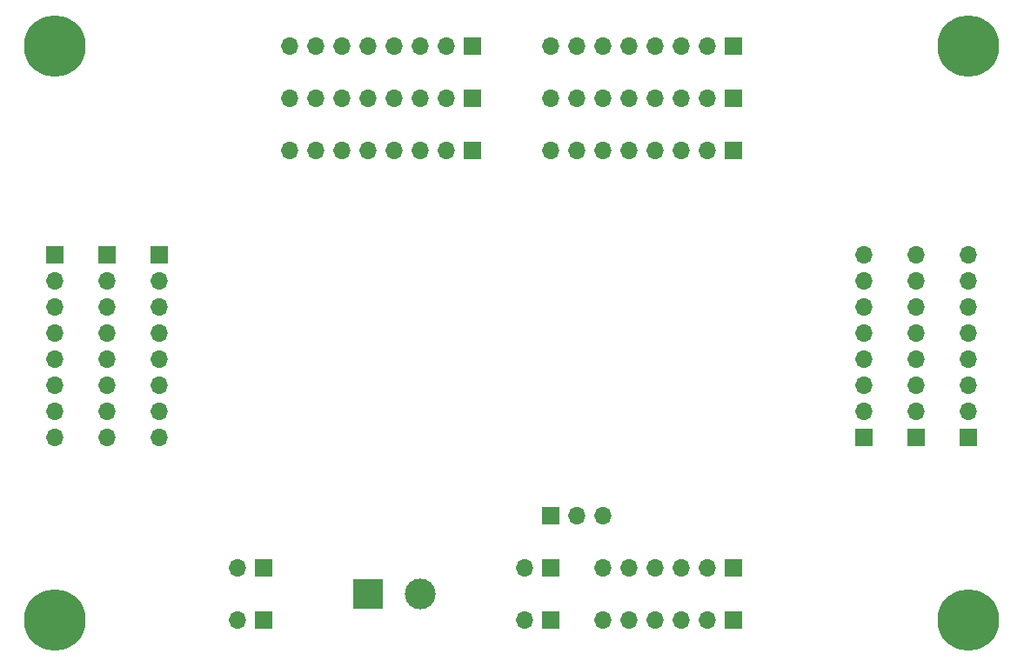
<source format=gbr>
%TF.GenerationSoftware,KiCad,Pcbnew,8.0.6*%
%TF.CreationDate,2025-02-06T19:24:46+11:00*%
%TF.ProjectId,sr32gpo,73723332-6770-46f2-9e6b-696361645f70,rev?*%
%TF.SameCoordinates,Original*%
%TF.FileFunction,Soldermask,Bot*%
%TF.FilePolarity,Negative*%
%FSLAX46Y46*%
G04 Gerber Fmt 4.6, Leading zero omitted, Abs format (unit mm)*
G04 Created by KiCad (PCBNEW 8.0.6) date 2025-02-06 19:24:46*
%MOMM*%
%LPD*%
G01*
G04 APERTURE LIST*
%ADD10C,6.000000*%
%ADD11R,1.700000X1.700000*%
%ADD12O,1.700000X1.700000*%
%ADD13R,3.000000X3.000000*%
%ADD14C,3.000000*%
G04 APERTURE END LIST*
D10*
X78740000Y-45720000D03*
X167640000Y-45720000D03*
D11*
X157480000Y-83820000D03*
D12*
X157480000Y-81280000D03*
X157480000Y-78740000D03*
X157480000Y-76200000D03*
X157480000Y-73660000D03*
X157480000Y-71120000D03*
X157480000Y-68580000D03*
X157480000Y-66040000D03*
D11*
X162560000Y-83820000D03*
D12*
X162560000Y-81280000D03*
X162560000Y-78740000D03*
X162560000Y-76200000D03*
X162560000Y-73660000D03*
X162560000Y-71120000D03*
X162560000Y-68580000D03*
X162560000Y-66040000D03*
D11*
X144780000Y-55880000D03*
D12*
X142240000Y-55880000D03*
X139700000Y-55880000D03*
X137160000Y-55880000D03*
X134620000Y-55880000D03*
X132080000Y-55880000D03*
X129540000Y-55880000D03*
X127000000Y-55880000D03*
D11*
X144780000Y-50800000D03*
D12*
X142240000Y-50800000D03*
X139700000Y-50800000D03*
X137160000Y-50800000D03*
X134620000Y-50800000D03*
X132080000Y-50800000D03*
X129540000Y-50800000D03*
X127000000Y-50800000D03*
D11*
X119380000Y-55880000D03*
D12*
X116840000Y-55880000D03*
X114300000Y-55880000D03*
X111760000Y-55880000D03*
X109220000Y-55880000D03*
X106680000Y-55880000D03*
X104140000Y-55880000D03*
X101600000Y-55880000D03*
D11*
X119380000Y-50800000D03*
D12*
X116840000Y-50800000D03*
X114300000Y-50800000D03*
X111760000Y-50800000D03*
X109220000Y-50800000D03*
X106680000Y-50800000D03*
X104140000Y-50800000D03*
X101600000Y-50800000D03*
D11*
X127000000Y-91440000D03*
D12*
X129540000Y-91440000D03*
X132080000Y-91440000D03*
D11*
X88900000Y-66040000D03*
D12*
X88900000Y-68580000D03*
X88900000Y-71120000D03*
X88900000Y-73660000D03*
X88900000Y-76200000D03*
X88900000Y-78740000D03*
X88900000Y-81280000D03*
X88900000Y-83820000D03*
D11*
X83820000Y-66040000D03*
D12*
X83820000Y-68580000D03*
X83820000Y-71120000D03*
X83820000Y-73660000D03*
X83820000Y-76200000D03*
X83820000Y-78740000D03*
X83820000Y-81280000D03*
X83820000Y-83820000D03*
D11*
X144780000Y-45720000D03*
D12*
X142240000Y-45720000D03*
X139700000Y-45720000D03*
X137160000Y-45720000D03*
X134620000Y-45720000D03*
X132080000Y-45720000D03*
X129540000Y-45720000D03*
X127000000Y-45720000D03*
D11*
X119380000Y-45720000D03*
D12*
X116840000Y-45720000D03*
X114300000Y-45720000D03*
X111760000Y-45720000D03*
X109220000Y-45720000D03*
X106680000Y-45720000D03*
X104140000Y-45720000D03*
X101600000Y-45720000D03*
D11*
X78740000Y-66040000D03*
D12*
X78740000Y-68580000D03*
X78740000Y-71120000D03*
X78740000Y-73660000D03*
X78740000Y-76200000D03*
X78740000Y-78740000D03*
X78740000Y-81280000D03*
X78740000Y-83820000D03*
D11*
X167640000Y-83820000D03*
D12*
X167640000Y-81280000D03*
X167640000Y-78740000D03*
X167640000Y-76200000D03*
X167640000Y-73660000D03*
X167640000Y-71120000D03*
X167640000Y-68580000D03*
X167640000Y-66040000D03*
D11*
X127000000Y-96520000D03*
D12*
X124460000Y-96520000D03*
D11*
X144780000Y-101600000D03*
D12*
X142240000Y-101600000D03*
X139700000Y-101600000D03*
X137160000Y-101600000D03*
X134620000Y-101600000D03*
X132080000Y-101600000D03*
D10*
X78740000Y-101600000D03*
X167640000Y-101600000D03*
D11*
X144780000Y-96520000D03*
D12*
X142240000Y-96520000D03*
X139700000Y-96520000D03*
X137160000Y-96520000D03*
X134620000Y-96520000D03*
X132080000Y-96520000D03*
D11*
X99060000Y-101600000D03*
D12*
X96520000Y-101600000D03*
D13*
X109220000Y-99060000D03*
D14*
X114300000Y-99060000D03*
D11*
X99060000Y-96520000D03*
D12*
X96520000Y-96520000D03*
D11*
X127000000Y-101600000D03*
D12*
X124460000Y-101600000D03*
M02*

</source>
